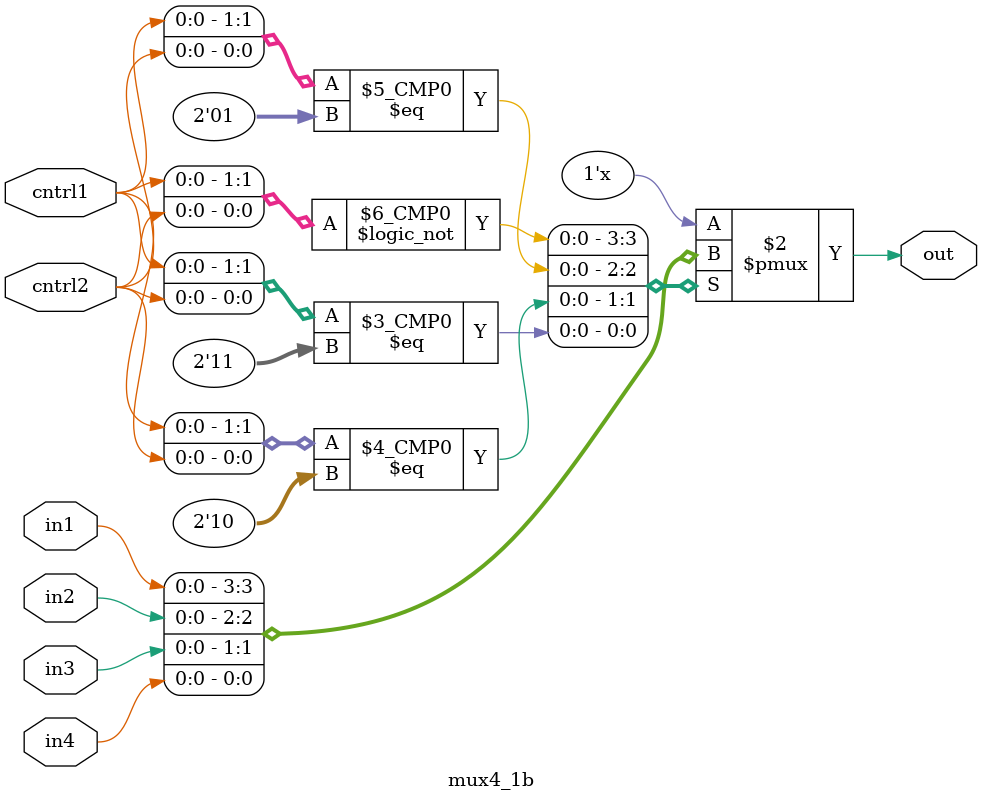
<source format=v>
module mux4_1b(out,in1,in2,in3,in4,cntrl1,cntrl2);
output out;
input in1,in2,in3,in4,cntrl1,cntrl2;
reg out;

always@(in1 or in2 or in3 or in4 or cntrl1 or cntrl2)
case({cntrl1,cntrl2})
2'b00:out=in1;
2'b01:out=in2;
2'b10:out=in3;
2'b11:out=in4;
default:out=2'bx;
endcase
endmodule

</source>
